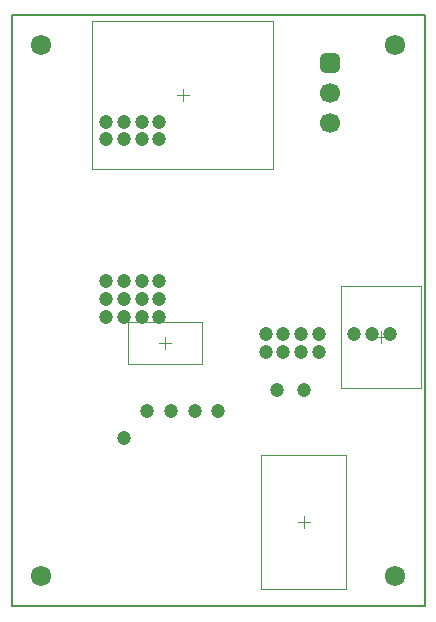
<source format=gbs>
G04 Layer_Color=16711935*
%FSLAX43Y43*%
%MOMM*%
G71*
G01*
G75*
%ADD28C,0.200*%
%ADD29C,0.100*%
%ADD30C,0.050*%
G04:AMPARAMS|DCode=53|XSize=1.7mm|YSize=1.7mm|CornerRadius=0.475mm|HoleSize=0mm|Usage=FLASHONLY|Rotation=270.000|XOffset=0mm|YOffset=0mm|HoleType=Round|Shape=RoundedRectangle|*
%AMROUNDEDRECTD53*
21,1,1.700,0.750,0,0,270.0*
21,1,0.750,1.700,0,0,270.0*
1,1,0.950,-0.375,-0.375*
1,1,0.950,-0.375,0.375*
1,1,0.950,0.375,0.375*
1,1,0.950,0.375,-0.375*
%
%ADD53ROUNDEDRECTD53*%
%ADD54C,1.700*%
%ADD55C,1.724*%
%ADD56C,1.200*%
D28*
X261430Y250000D02*
X275019Y250000D01*
X250000Y250000D02*
X261430D01*
X250000D02*
X250000Y300000D01*
X285000Y300000D01*
X285000Y250000D02*
X285000Y300000D01*
X275019Y250000D02*
X285000Y250000D01*
D29*
X264500Y292750D02*
Y293750D01*
X264000Y293250D02*
X265000D01*
X262500Y272250D02*
X263500D01*
X263000Y271750D02*
Y272750D01*
X274250Y257100D02*
X275250D01*
X274750Y256600D02*
Y257600D01*
X280750Y272750D02*
X281750D01*
X281250Y272250D02*
Y273250D01*
D30*
X256850Y299500D02*
X272150D01*
X256850Y287000D02*
X272150D01*
X256850D02*
Y299500D01*
X272150Y287000D02*
Y299500D01*
X266150Y270450D02*
Y274050D01*
X259850Y270450D02*
Y274050D01*
Y270450D02*
X266150D01*
X259850Y274050D02*
X266150D01*
X271150Y251450D02*
Y262750D01*
X278350Y251450D02*
Y262750D01*
X271150Y251450D02*
X278350D01*
X271150Y262750D02*
X278350D01*
X284650Y268425D02*
Y277075D01*
X277850Y268425D02*
Y277075D01*
X284650D01*
X277850Y268425D02*
X284650D01*
D53*
X277000Y296000D02*
D03*
D54*
Y293460D02*
D03*
Y290920D02*
D03*
D55*
X282500Y297500D02*
D03*
X252500D02*
D03*
X282500Y252500D02*
D03*
X252500D02*
D03*
D56*
X261000Y274500D02*
D03*
X262500D02*
D03*
X259500D02*
D03*
X259500Y264250D02*
D03*
X263500Y266500D02*
D03*
X267500D02*
D03*
X265500D02*
D03*
X261500D02*
D03*
X274750Y268250D02*
D03*
X272500D02*
D03*
X258000Y274500D02*
D03*
Y276000D02*
D03*
Y277500D02*
D03*
Y289500D02*
D03*
Y291000D02*
D03*
X259500Y276000D02*
D03*
Y277500D02*
D03*
Y289500D02*
D03*
Y291000D02*
D03*
X261000Y276000D02*
D03*
Y277500D02*
D03*
Y289500D02*
D03*
Y291000D02*
D03*
X262500Y276000D02*
D03*
Y277500D02*
D03*
Y289500D02*
D03*
Y291000D02*
D03*
X271500Y271500D02*
D03*
Y273000D02*
D03*
X273000Y271500D02*
D03*
Y273000D02*
D03*
X274500Y271500D02*
D03*
Y273000D02*
D03*
X276000Y271500D02*
D03*
Y273000D02*
D03*
X279000D02*
D03*
X280500D02*
D03*
X282000D02*
D03*
M02*

</source>
